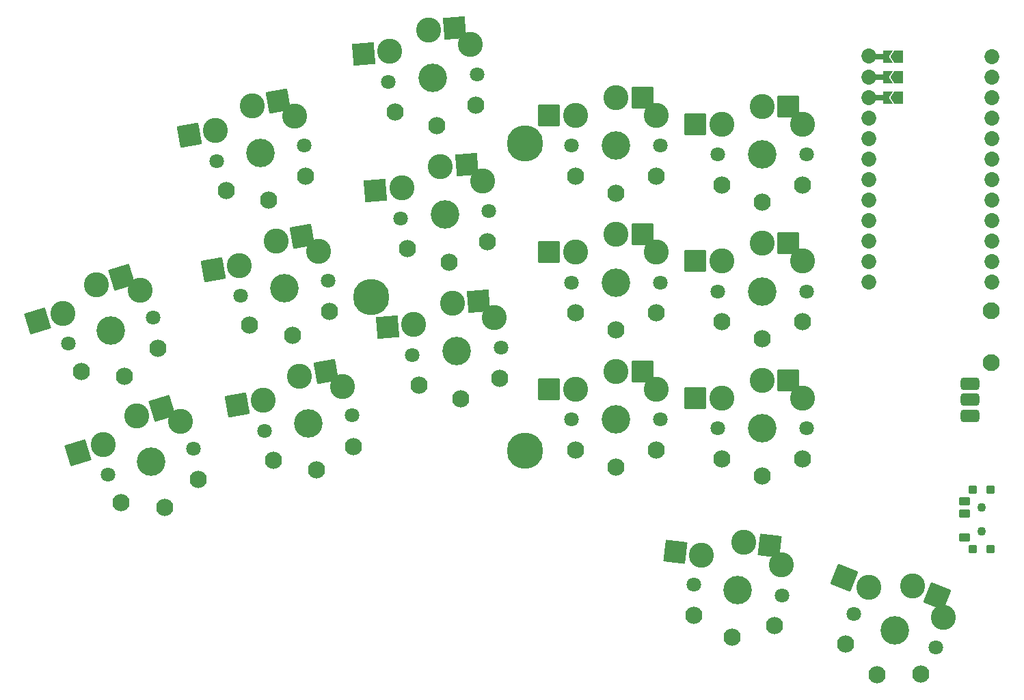
<source format=gts>
%TF.GenerationSoftware,KiCad,Pcbnew,(6.0.4)*%
%TF.CreationDate,2022-06-17T23:19:32+02:00*%
%TF.ProjectId,konafa,6b6f6e61-6661-42e6-9b69-6361645f7063,v1.0.0*%
%TF.SameCoordinates,Original*%
%TF.FileFunction,Soldermask,Top*%
%TF.FilePolarity,Negative*%
%FSLAX46Y46*%
G04 Gerber Fmt 4.6, Leading zero omitted, Abs format (unit mm)*
G04 Created by KiCad (PCBNEW (6.0.4)) date 2022-06-17 23:19:32*
%MOMM*%
%LPD*%
G01*
G04 APERTURE LIST*
G04 Aperture macros list*
%AMRoundRect*
0 Rectangle with rounded corners*
0 $1 Rounding radius*
0 $2 $3 $4 $5 $6 $7 $8 $9 X,Y pos of 4 corners*
0 Add a 4 corners polygon primitive as box body*
4,1,4,$2,$3,$4,$5,$6,$7,$8,$9,$2,$3,0*
0 Add four circle primitives for the rounded corners*
1,1,$1+$1,$2,$3*
1,1,$1+$1,$4,$5*
1,1,$1+$1,$6,$7*
1,1,$1+$1,$8,$9*
0 Add four rect primitives between the rounded corners*
20,1,$1+$1,$2,$3,$4,$5,0*
20,1,$1+$1,$4,$5,$6,$7,0*
20,1,$1+$1,$6,$7,$8,$9,0*
20,1,$1+$1,$8,$9,$2,$3,0*%
%AMFreePoly0*
4,1,16,0.535355,0.785355,0.550000,0.750000,0.550000,-0.750000,0.535355,-0.785355,0.500000,-0.800000,-0.650000,-0.800000,-0.685355,-0.785355,-0.700000,-0.750000,-0.691603,-0.722265,-0.210093,0.000000,-0.691603,0.722265,-0.699029,0.759806,-0.677735,0.791603,-0.650000,0.800000,0.500000,0.800000,0.535355,0.785355,0.535355,0.785355,$1*%
%AMFreePoly1*
4,1,16,0.535355,0.785355,0.541603,0.777735,1.041603,0.027735,1.049029,-0.009806,1.041603,-0.027735,0.541603,-0.777735,0.509806,-0.799029,0.500000,-0.800000,-0.500000,-0.800000,-0.535355,-0.785355,-0.550000,-0.750000,-0.550000,0.750000,-0.535355,0.785355,-0.500000,0.800000,0.500000,0.800000,0.535355,0.785355,0.535355,0.785355,$1*%
G04 Aperture macros list end*
%ADD10C,2.100000*%
%ADD11C,3.100000*%
%ADD12C,1.801800*%
%ADD13C,3.529000*%
%ADD14C,2.132000*%
%ADD15RoundRect,0.050000X-1.054507X-1.505993X1.505993X-1.054507X1.054507X1.505993X-1.505993X1.054507X0*%
%ADD16RoundRect,0.050000X-1.181751X-1.408356X1.408356X-1.181751X1.181751X1.408356X-1.408356X1.181751X0*%
%ADD17RoundRect,0.050000X-1.300000X-1.300000X1.300000X-1.300000X1.300000X1.300000X-1.300000X1.300000X0*%
%ADD18RoundRect,0.050000X-0.450000X0.450000X-0.450000X-0.450000X0.450000X-0.450000X0.450000X0.450000X0*%
%ADD19RoundRect,0.050000X-0.625000X0.450000X-0.625000X-0.450000X0.625000X-0.450000X0.625000X0.450000X0*%
%ADD20C,1.100000*%
%ADD21RoundRect,0.050000X-1.692328X-0.718350X0.718350X-1.692328X1.692328X0.718350X-0.718350X1.692328X0*%
%ADD22RoundRect,0.425000X-0.750000X0.375000X-0.750000X-0.375000X0.750000X-0.375000X0.750000X0.375000X0*%
%ADD23RoundRect,0.050000X-0.863113X-1.623279X1.623279X-0.863113X0.863113X1.623279X-1.623279X0.863113X0*%
%ADD24RoundRect,0.050000X-1.448740X-1.131880X1.131880X-1.448740X1.448740X1.131880X-1.131880X1.448740X0*%
%ADD25C,1.852600*%
%ADD26FreePoly0,180.000000*%
%ADD27RoundRect,0.050000X-0.762000X0.250000X-0.762000X-0.250000X0.762000X-0.250000X0.762000X0.250000X0*%
%ADD28FreePoly1,180.000000*%
%ADD29C,4.500000*%
G04 APERTURE END LIST*
D10*
%TO.C,B1*%
X161906791Y85243254D03*
X161906791Y78743254D03*
%TD*%
D11*
%TO.C,S11*%
X70353903Y110604673D03*
D12*
X65970667Y103790002D03*
X76803553Y105700132D03*
D11*
X65811891Y107569854D03*
D13*
X71387110Y104745067D03*
D11*
X75659968Y109306336D03*
D14*
X76971012Y101871038D03*
X67122934Y100134557D03*
D15*
X73579148Y111173370D03*
D14*
X72411634Y98934701D03*
D15*
X62586644Y107001157D03*
%TD*%
D13*
%TO.C,S15*%
X94221643Y97114167D03*
D11*
X88913836Y100414117D03*
X93703066Y103041525D03*
D12*
X88742572Y96634810D03*
X99700714Y97593524D03*
D11*
X98875783Y101285675D03*
D16*
X96965603Y103326959D03*
D14*
X99533808Y93764406D03*
X89571861Y92892848D03*
D16*
X85651297Y100128683D03*
D14*
X94735862Y91236618D03*
%TD*%
D12*
%TO.C,S21*%
X109924791Y88712254D03*
X120924791Y88712254D03*
D11*
X110424791Y92462253D03*
D13*
X115424791Y88712254D03*
D11*
X120424791Y92462253D03*
X115424791Y94662254D03*
D14*
X110424791Y84912254D03*
D17*
X118699790Y94662253D03*
D14*
X120424791Y84912254D03*
D17*
X107149790Y92462254D03*
D14*
X115424791Y82812254D03*
%TD*%
D18*
%TO.C,T1*%
X159579791Y55652254D03*
X161779791Y63052254D03*
X161779791Y55652254D03*
X159579791Y63052254D03*
D19*
X158604791Y57102254D03*
X158604791Y60102254D03*
X158604791Y61602254D03*
%TD*%
D20*
%TO.C,T2*%
X160679791Y60852254D03*
X160679791Y57852254D03*
%TD*%
D11*
%TO.C,S29*%
X133505791Y93561491D03*
X128505791Y91361490D03*
D12*
X128005791Y87611491D03*
D11*
X138505791Y91361490D03*
D12*
X139005791Y87611491D03*
D13*
X133505791Y87611491D03*
D14*
X128505791Y83811491D03*
X138505791Y83811491D03*
D17*
X136780790Y93561490D03*
X125230790Y91361491D03*
D14*
X133505791Y81711491D03*
%TD*%
D12*
%TO.C,S33*%
X144859803Y47613181D03*
D11*
X146728169Y50902816D03*
D12*
X155058825Y43492509D03*
D13*
X149959314Y45552845D03*
D11*
X152188223Y51069589D03*
X156000008Y47156751D03*
D14*
X153171728Y40156513D03*
D21*
X155224749Y49842752D03*
D14*
X143899890Y43902579D03*
X147749135Y40082460D03*
D21*
X143691641Y52129654D03*
%TD*%
D12*
%TO.C,S7*%
X82707591Y72216668D03*
D11*
X71715929Y74086390D03*
X81564006Y75822872D03*
D13*
X77291148Y71261603D03*
D11*
X76257941Y77121209D03*
D12*
X71874705Y70306538D03*
D14*
X73026972Y66651093D03*
X82875050Y68387574D03*
D15*
X79483186Y77689906D03*
X68490682Y73517693D03*
D14*
X78315672Y65451237D03*
%TD*%
D22*
%TO.C,PAD1*%
X159239791Y72162254D03*
X159239791Y74162254D03*
X159239791Y76162254D03*
%TD*%
D11*
%TO.C,S5*%
X51102647Y88419976D03*
D13*
X52842259Y82729963D03*
D11*
X56527389Y87777963D03*
D12*
X58101935Y84338007D03*
D11*
X46964342Y84854246D03*
D12*
X47582583Y81121919D03*
D23*
X54234545Y89377492D03*
D14*
X58734795Y80557863D03*
X49171748Y77634146D03*
X54567252Y77087765D03*
D23*
X43832442Y83896730D03*
%TD*%
D11*
%TO.C,S27*%
X128505791Y74361490D03*
D13*
X133505791Y70611491D03*
D11*
X138505791Y74361490D03*
D12*
X128005791Y70611491D03*
X139005791Y70611491D03*
D11*
X133505791Y76561491D03*
D17*
X136780790Y76561490D03*
D14*
X128505791Y66811491D03*
X138505791Y66811491D03*
X133505791Y64711491D03*
D17*
X125230790Y74361491D03*
%TD*%
D12*
%TO.C,S9*%
X68922686Y87048270D03*
X79755572Y88958400D03*
D13*
X74339129Y88003335D03*
D11*
X78611987Y92564604D03*
X73305922Y93862941D03*
X68763910Y90828122D03*
D15*
X76531167Y94431638D03*
D14*
X79923031Y85129306D03*
X70074953Y83392825D03*
X75363653Y82192969D03*
D15*
X65538663Y90259425D03*
%TD*%
D12*
%TO.C,S13*%
X90224220Y79699500D03*
D13*
X95703291Y80178857D03*
D11*
X100357431Y84350365D03*
X95184714Y86106215D03*
D12*
X101182362Y80658214D03*
D11*
X90395484Y83478807D03*
D16*
X98447251Y86391649D03*
D14*
X101015456Y76829096D03*
X91053509Y75957538D03*
D16*
X87132945Y83193373D03*
D14*
X96217510Y74301308D03*
%TD*%
D11*
%TO.C,S23*%
X138513229Y108358986D03*
D13*
X133513229Y104608987D03*
D11*
X133513229Y110558987D03*
X128513229Y108358986D03*
D12*
X139013229Y104608987D03*
X128013229Y104608987D03*
D14*
X128513229Y100808987D03*
D17*
X136788228Y110558986D03*
D14*
X138513229Y100808987D03*
X133513229Y98708987D03*
D17*
X125238228Y108358987D03*
%TD*%
D11*
%TO.C,S17*%
X87432189Y117349427D03*
D12*
X87260925Y113570120D03*
D11*
X97394136Y118220985D03*
D12*
X98219067Y114528834D03*
D13*
X92739996Y114049477D03*
D11*
X92221419Y119976835D03*
D16*
X95483956Y120262269D03*
D14*
X98052161Y110699716D03*
X88090214Y109828158D03*
X93254215Y108171928D03*
D16*
X84169650Y117063993D03*
%TD*%
D12*
%TO.C,S31*%
X125074473Y51246990D03*
D11*
X135953218Y53689409D03*
D12*
X135992481Y49906428D03*
D11*
X126027756Y54908103D03*
D13*
X130533477Y50576709D03*
D11*
X131258600Y56482359D03*
D14*
X125107643Y47414380D03*
X135033104Y46195687D03*
D24*
X134509187Y56083236D03*
X122777167Y55307226D03*
D14*
X129814448Y44720687D03*
%TD*%
D25*
%TO.C,MCU1*%
X161977213Y114199254D03*
D26*
X148993690Y114199254D03*
X148993690Y116739254D03*
D27*
X148068690Y111659254D03*
D25*
X161977213Y111659254D03*
X146737213Y111659254D03*
D27*
X148068690Y116739254D03*
D26*
X148993690Y111659254D03*
D27*
X148068690Y114199254D03*
D25*
X146737213Y116823000D03*
X161977213Y116739254D03*
X146737213Y114199254D03*
D28*
X150443690Y116739254D03*
X150443690Y114199254D03*
X150443690Y111659254D03*
D25*
X146737213Y109119254D03*
X146737213Y106579254D03*
X146737213Y104039254D03*
X146737213Y101499254D03*
X146737213Y98959254D03*
X146737213Y96419254D03*
X146737213Y93879254D03*
X146737213Y91339254D03*
X146737213Y88799254D03*
X161977213Y109119254D03*
X161977213Y106579254D03*
X161977213Y104039254D03*
X161977213Y101499254D03*
X161977213Y98959254D03*
X161977213Y96419254D03*
X161977213Y93879254D03*
X161977213Y91339254D03*
X161977213Y88799254D03*
%TD*%
D11*
%TO.C,S3*%
X51934661Y68597065D03*
D12*
X63072254Y68080826D03*
X52552902Y64864738D03*
D11*
X61497708Y71520782D03*
D13*
X57812578Y66472782D03*
D11*
X56072966Y72162795D03*
D14*
X54142067Y61376965D03*
X63705114Y64300682D03*
D23*
X59204864Y73120311D03*
X48802761Y67639549D03*
D14*
X59537571Y60830584D03*
%TD*%
D29*
%TO.C,REF\u002A\u002A*%
X85071791Y86894254D03*
X104121791Y67844254D03*
X104121791Y105944254D03*
%TD*%
D11*
%TO.C,S23*%
X115424791Y111662254D03*
D13*
X115424791Y105712254D03*
D12*
X109924791Y105712254D03*
D11*
X120424791Y109462253D03*
D12*
X120924791Y105712254D03*
D11*
X110424791Y109462253D03*
D14*
X110424791Y101912254D03*
X120424791Y101912254D03*
D17*
X118699790Y111662253D03*
X107149790Y109462254D03*
D14*
X115424791Y99812254D03*
%TD*%
D11*
%TO.C,S19*%
X120424791Y75462253D03*
D12*
X109924791Y71712254D03*
X120924791Y71712254D03*
D11*
X115424791Y77662254D03*
D13*
X115424791Y71712254D03*
D11*
X110424791Y75462253D03*
D17*
X118699790Y77662253D03*
D14*
X110424791Y67912254D03*
X120424791Y67912254D03*
X115424791Y65812254D03*
D17*
X107149790Y75462254D03*
%TD*%
M02*

</source>
